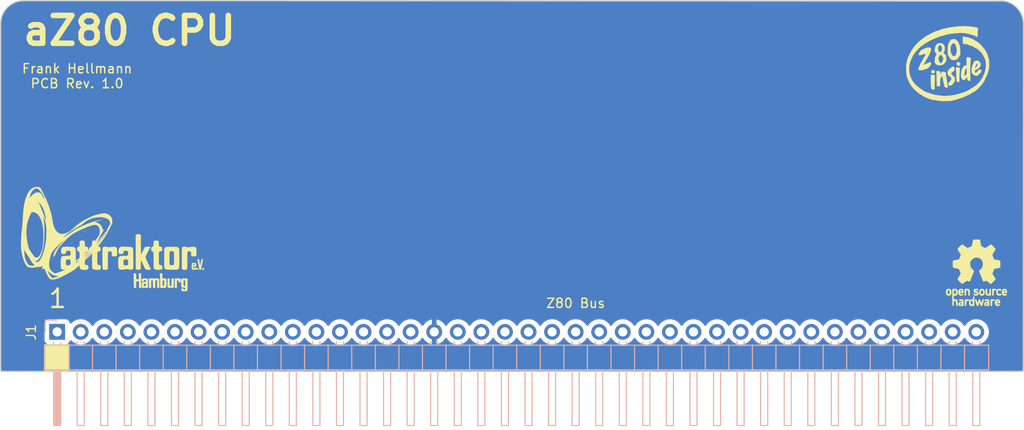
<source format=kicad_pcb>
(kicad_pcb (version 20240108) (generator "pcbnew") (generator_version "8.0")
  (layers (0 "F.Cu" signal) (31 "B.Cu" signal) (34 "B.Paste" user) (35 "F.Paste" user) (36 "B.SilkS" user "B.Silkscreen") (37 "F.SilkS" user "F.Silkscreen") (38 "B.Mask" user) (39 "F.Mask" user) (44 "Edge.Cuts" user))
  (net 0 "")
  (net 1 "/USR4")
  (net 2 "/USR3")
  (net 3 "/USR2")
  (net 4 "/USR1")
  (net 5 "/RX")
  (net 6 "/TX")
  (net 7 "/D7")
  (net 8 "/D6")
  (net 9 "/D5")
  (net 10 "/D4")
  (net 11 "/D3")
  (net 12 "/D2")
  (net 13 "/D1")
  (net 14 "/D0")
  (net 15 "/IORQ")
  (net 16 "/RD")
  (net 17 "/WR")
  (net 18 "/MREQ")
  (net 19 "/CLOCK")
  (net 20 "/RESET")
  (net 21 "/M1")
  (net 22 "VCC")
  (net 23 "GND")
  (net 24 "/A0")
  (net 25 "/A1")
  (net 26 "/A2")
  (net 27 "/A3")
  (net 28 "/A4")
  (net 29 "/A5")
  (net 30 "/A6")
  (net 31 "/A7")
  (net 32 "/A8")
  (net 33 "/A9")
  (net 34 "/A10")
  (net 35 "/A11")
  (net 36 "/A12")
  (net 37 "/A13")
  (net 38 "/A14")
  (net 39 "/A15")
  (net 40 "/INT")
  (footprint "Backplane:attraktor" (layer "F.Cu") (at 95 100.2)
    (property "Reference" "G***" (hide yes))
    (property "Value" "LOGO" (hide yes))
  )
  (footprint "Backplane:osh_logo" (layer "F.Cu") (at 188.067209 103.817364)
    (property "Reference" "G***" (hide yes))
    (property "Value" "LOGO" (hide yes))
  )
  (footprint "Backplane:Z80_inside" (layer "F.Cu") (at 184.95 81)
    (property "Reference" "G***" (hide yes))
    (property "Value" "LOGO" (hide yes))
  )
  (footprint "Connector_PinHeader_2.54mm:PinHeader_1x40_P2.54mm_Horizontal" (layer "B.Cu") (at 89 110 -90)
    (property "Reference" "J1" (at 0.05 2.8 90) (layer "F.SilkS"))
    (property "Value" "Z80 Bus" (at -3.09 -55.88 0) (layer "F.SilkS"))
    (pad "1" thru_hole rect (at 0 0 270) (size 1.7 1.7) (drill 1) (layers "*.Cu" "*.Mask") (net 39 "/A15"))
    (pad "2" thru_hole oval (at 0 -2.54 270) (size 1.7 1.7) (drill 1) (layers "*.Cu" "*.Mask") (net 38 "/A14"))
    (pad "3" thru_hole oval (at 0 -5.08 270) (size 1.7 1.7) (drill 1) (layers "*.Cu" "*.Mask") (net 37 "/A13"))
    (pad "4" thru_hole oval (at 0 -7.62 270) (size 1.7 1.7) (drill 1) (layers "*.Cu" "*.Mask") (net 36 "/A12"))
    (pad "5" thru_hole oval (at 0 -10.16 270) (size 1.7 1.7) (drill 1) (layers "*.Cu" "*.Mask") (net 35 "/A11"))
    (pad "6" thru_hole oval (at 0 -12.7 270) (size 1.7 1.7) (drill 1) (layers "*.Cu" "*.Mask") (net 34 "/A10"))
    (pad "7" thru_hole oval (at 0 -15.24 270) (size 1.7 1.7) (drill 1) (layers "*.Cu" "*.Mask") (net 33 "/A9"))
    (pad "8" thru_hole oval (at 0 -17.78 270) (size 1.7 1.7) (drill 1) (layers "*.Cu" "*.Mask") (net 32 "/A8"))
    (pad "9" thru_hole oval (at 0 -20.32 270) (size 1.7 1.7) (drill 1) (layers "*.Cu" "*.Mask") (net 31 "/A7"))
    (pad "10" thru_hole oval (at 0 -22.86 270) (size 1.7 1.7) (drill 1) (layers "*.Cu" "*.Mask") (net 30 "/A6"))
    (pad "11" thru_hole oval (at 0 -25.4 270) (size 1.7 1.7) (drill 1) (layers "*.Cu" "*.Mask") (net 29 "/A5"))
    (pad "12" thru_hole oval (at 0 -27.94 270) (size 1.7 1.7) (drill 1) (layers "*.Cu" "*.Mask") (net 28 "/A4"))
    (pad "13" thru_hole oval (at 0 -30.48 270) (size 1.7 1.7) (drill 1) (layers "*.Cu" "*.Mask") (net 27 "/A3"))
    (pad "14" thru_hole oval (at 0 -33.02 270) (size 1.7 1.7) (drill 1) (layers "*.Cu" "*.Mask") (net 26 "/A2"))
    (pad "15" thru_hole oval (at 0 -35.56 270) (size 1.7 1.7) (drill 1) (layers "*.Cu" "*.Mask") (net 25 "/A1"))
    (pad "16" thru_hole oval (at 0 -38.1 270) (size 1.7 1.7) (drill 1) (layers "*.Cu" "*.Mask") (net 24 "/A0"))
    (pad "17" thru_hole oval (at 0 -40.64 270) (size 1.7 1.7) (drill 1) (layers "*.Cu" "*.Mask") (net 23 "GND"))
    (pad "18" thru_hole oval (at 0 -43.18 270) (size 1.7 1.7) (drill 1) (layers "*.Cu" "*.Mask") (net 22 "VCC"))
    (pad "19" thru_hole oval (at 0 -45.72 270) (size 1.7 1.7) (drill 1) (layers "*.Cu" "*.Mask") (net 21 "/M1"))
    (pad "20" thru_hole oval (at 0 -48.26 270) (size 1.7 1.7) (drill 1) (layers "*.Cu" "*.Mask") (net 20 "/RESET"))
    (pad "21" thru_hole oval (at 0 -50.8 270) (size 1.7 1.7) (drill 1) (layers "*.Cu" "*.Mask") (net 19 "/CLOCK"))
    (pad "22" thru_hole oval (at 0 -53.34 270) (size 1.7 1.7) (drill 1) (layers "*.Cu" "*.Mask") (net 40 "/INT"))
    (pad "23" thru_hole oval (at 0 -55.88 270) (size 1.7 1.7) (drill 1) (layers "*.Cu" "*.Mask") (net 18 "/MREQ"))
    (pad "24" thru_hole oval (at 0 -58.42 270) (size 1.7 1.7) (drill 1) (layers "*.Cu" "*.Mask") (net 17 "/WR"))
    (pad "25" thru_hole oval (at 0 -60.96 270) (size 1.7 1.7) (drill 1) (layers "*.Cu" "*.Mask") (net 16 "/RD"))
    (pad "26" thru_hole oval (at 0 -63.5 270) (size 1.7 1.7) (drill 1) (layers "*.Cu" "*.Mask") (net 15 "/IORQ"))
    (pad "27" thru_hole oval (at 0 -66.04 270) (size 1.7 1.7) (drill 1) (layers "*.Cu" "*.Mask") (net 14 "/D0"))
    (pad "28" thru_hole oval (at 0 -68.58 270) (size 1.7 1.7) (drill 1) (layers "*.Cu" "*.Mask") (net 13 "/D1"))
    (pad "29" thru_hole oval (at 0 -71.12 270) (size 1.7 1.7) (drill 1) (layers "*.Cu" "*.Mask") (net 12 "/D2"))
    (pad "30" thru_hole oval (at 0 -73.66 270) (size 1.7 1.7) (drill 1) (layers "*.Cu" "*.Mask") (net 11 "/D3"))
    (pad "31" thru_hole oval (at 0 -76.2 270) (size 1.7 1.7) (drill 1) (layers "*.Cu" "*.Mask") (net 10 "/D4"))
    (pad "32" thru_hole oval (at 0 -78.74 270) (size 1.7 1.7) (drill 1) (layers "*.Cu" "*.Mask") (net 9 "/D5"))
    (pad "33" thru_hole oval (at 0 -81.28 270) (size 1.7 1.7) (drill 1) (layers "*.Cu" "*.Mask") (net 8 "/D6"))
    (pad "34" thru_hole oval (at 0 -83.82 270) (size 1.7 1.7) (drill 1) (layers "*.Cu" "*.Mask") (net 7 "/D7"))
    (pad "35" thru_hole oval (at 0 -86.36 270) (size 1.7 1.7) (drill 1) (layers "*.Cu" "*.Mask") (net 6 "/TX"))
    (pad "36" thru_hole oval (at 0 -88.9 270) (size 1.7 1.7) (drill 1) (layers "*.Cu" "*.Mask") (net 5 "/RX"))
    (pad "37" thru_hole oval (at 0 -91.44 270) (size 1.7 1.7) (drill 1) (layers "*.Cu" "*.Mask") (net 4 "/USR1"))
    (pad "38" thru_hole oval (at 0 -93.98 270) (size 1.7 1.7) (drill 1) (layers "*.Cu" "*.Mask") (net 3 "/USR2"))
    (pad "39" thru_hole oval (at 0 -96.52 270) (size 1.7 1.7) (drill 1) (layers "*.Cu" "*.Mask") (net 2 "/USR3"))
    (pad "40" thru_hole oval (at 0 -99.06 270) (size 1.7 1.7) (drill 1) (layers "*.Cu" "*.Mask") (net 1 "/USR4"))
  )
  (gr_poly (pts (xy 87.63 111.379) (xy 90.297 111.379) (xy 90.297 114.173) (xy 87.63 114.173)) (stroke (width 0.1)) (fill solid) (layer "F.SilkS"))
  (gr_arc (start 82.9 76.75) (mid 83.632233 74.982233) (end 85.4 74.25) (stroke (width 0.12)) (layer "Edge.Cuts"))
  (gr_arc (start 190.66 74.26) (mid 192.420696 74.989304) (end 193.15 76.75) (stroke (width 0.12)) (layer "Edge.Cuts"))
  (gr_line (start 85.4 74.25) (end 190.66 74.26) (stroke (width 0.12)) (layer "Edge.Cuts"))
  (gr_line (start 193.14 114.276) (end 82.904 114.276) (stroke (width 0.12)) (layer "Edge.Cuts"))
  (gr_line (start 82.9 114.276) (end 82.9 76.75) (stroke (width 0.12)) (layer "Edge.Cuts"))
  (gr_line (start 193.15 76.75) (end 193.14 114.276) (stroke (width 0.12)) (layer "Edge.Cuts"))
  (gr_text "Frank Hellmann\nPCB Rev. 1.0" (at 91.15 82.4 0) (layer "F.SilkS") (effects (font (size 1 1))))
  (gr_text "aZ80 CPU" (at 96.8 77.5 0) (layer "F.SilkS") (effects (font (size 3 3) (thickness 0.6))))
  (gr_text "1" (at 89.05 106.4 0) (layer "F.SilkS") (effects (font (size 2 2) (thickness 0.25))))
  (zone (net 23) (net_name "GND") (layer "B.Cu") (connect_pads (clearance 0.508)) (min_thickness 0.254) (fill yes (thermal_gap 0.508) (thermal_bridge_width 0.508))
    (polygon (pts (xy 82.9 114.3) (xy 82.85 74.3) (xy 193.1 74.35) (xy 193.1 114.25)))
  )
)
</source>
